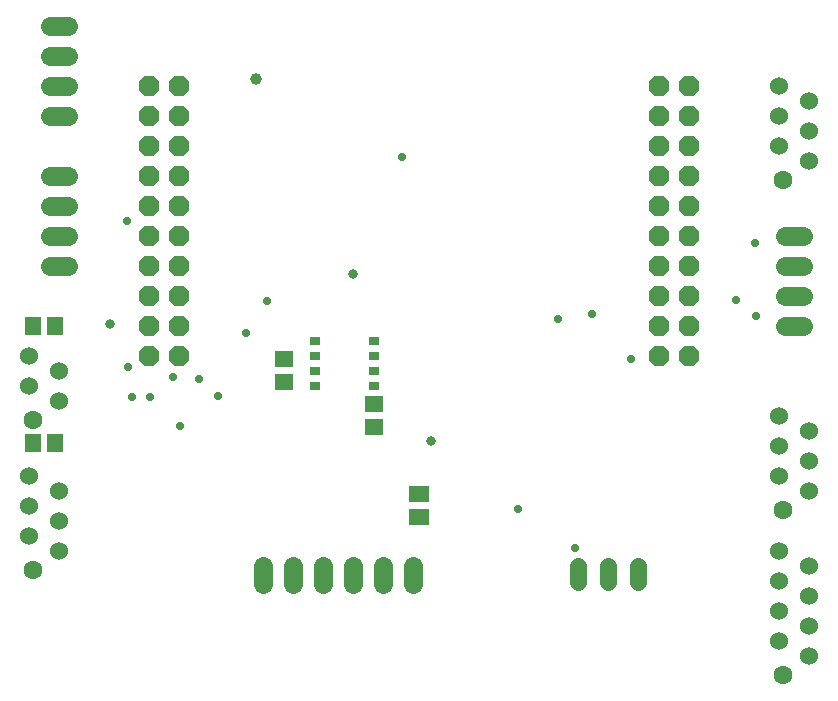
<source format=gbs>
G75*
%MOIN*%
%OFA0B0*%
%FSLAX24Y24*%
%IPPOS*%
%LPD*%
%AMOC8*
5,1,8,0,0,1.08239X$1,22.5*
%
%ADD10OC8,0.0670*%
%ADD11R,0.0340X0.0260*%
%ADD12R,0.0631X0.0552*%
%ADD13C,0.0640*%
%ADD14C,0.0580*%
%ADD15R,0.0670X0.0552*%
%ADD16C,0.0600*%
%ADD17C,0.0631*%
%ADD18R,0.0552X0.0631*%
%ADD19C,0.0316*%
%ADD20C,0.0276*%
%ADD21C,0.0394*%
D10*
X005680Y012598D03*
X005680Y013598D03*
X006680Y013598D03*
X006680Y012598D03*
X006680Y014598D03*
X005680Y014598D03*
X005680Y015598D03*
X005680Y016598D03*
X006680Y016598D03*
X006680Y015598D03*
X006680Y017598D03*
X005680Y017598D03*
X005680Y018598D03*
X006680Y018598D03*
X006680Y019598D03*
X006680Y020598D03*
X005680Y020598D03*
X005680Y019598D03*
X005680Y021598D03*
X006680Y021598D03*
X022680Y021598D03*
X023680Y021598D03*
X023680Y020598D03*
X022680Y020598D03*
X022680Y019598D03*
X023680Y019598D03*
X023680Y018598D03*
X022680Y018598D03*
X022680Y017598D03*
X023680Y017598D03*
X023680Y016598D03*
X022680Y016598D03*
X022680Y015598D03*
X023680Y015598D03*
X023680Y014598D03*
X022680Y014598D03*
X022680Y013598D03*
X023680Y013598D03*
X023680Y012598D03*
X022680Y012598D03*
D11*
X013180Y012598D03*
X013180Y013098D03*
X013180Y012098D03*
X013180Y011598D03*
X011225Y011598D03*
X011225Y012098D03*
X011225Y012598D03*
X011225Y013098D03*
D12*
X010180Y012472D03*
X010180Y011724D03*
X013180Y010972D03*
X013180Y010224D03*
D13*
X013491Y005575D02*
X013491Y004975D01*
X012491Y004975D02*
X012491Y005575D01*
X011491Y005575D02*
X011491Y004975D01*
X010491Y004975D02*
X010491Y005575D01*
X009491Y005575D02*
X009491Y004975D01*
X014491Y004975D02*
X014491Y005575D01*
X002980Y015598D02*
X002380Y015598D01*
X002380Y016598D02*
X002980Y016598D01*
X002980Y017598D02*
X002380Y017598D01*
X002380Y018598D02*
X002980Y018598D01*
X002980Y020598D02*
X002380Y020598D01*
X002380Y021598D02*
X002980Y021598D01*
X002980Y022598D02*
X002380Y022598D01*
X002380Y023598D02*
X002980Y023598D01*
X026880Y016598D02*
X027480Y016598D01*
X027480Y015598D02*
X026880Y015598D01*
X026880Y014598D02*
X027480Y014598D01*
X027480Y013598D02*
X026880Y013598D01*
D14*
X021967Y005596D02*
X021967Y005056D01*
X020967Y005056D02*
X020967Y005596D01*
X019967Y005596D02*
X019967Y005056D01*
D15*
X014680Y007224D03*
X014680Y007972D03*
D16*
X026680Y008598D03*
X026680Y009598D03*
X026680Y010598D03*
X027680Y010098D03*
X027680Y009098D03*
X027680Y008098D03*
X026680Y006098D03*
X026680Y005098D03*
X026680Y004098D03*
X026680Y003098D03*
X027680Y003598D03*
X027680Y004598D03*
X027680Y005598D03*
X027680Y002598D03*
X027680Y019098D03*
X027680Y020098D03*
X027680Y021098D03*
X026680Y021598D03*
X026680Y020598D03*
X026680Y019598D03*
X002680Y012098D03*
X002680Y011098D03*
X001680Y011598D03*
X001680Y012598D03*
X001680Y008598D03*
X001680Y007598D03*
X001680Y006598D03*
X002680Y007098D03*
X002680Y008098D03*
X002680Y006098D03*
D17*
X001824Y005460D03*
X001824Y010460D03*
X026824Y007460D03*
X026824Y001960D03*
X026824Y018460D03*
D18*
X002554Y013598D03*
X001806Y013598D03*
X001806Y009704D03*
X002554Y009704D03*
D19*
X004365Y013661D03*
X012487Y015322D03*
X015089Y009759D03*
D20*
X017975Y007488D03*
X019865Y006188D03*
X021755Y012488D03*
X020456Y013984D03*
X019314Y013826D03*
X014117Y019220D03*
X009629Y014417D03*
X008920Y013354D03*
X007345Y011818D03*
X007975Y011267D03*
X006715Y010243D03*
X005731Y011228D03*
X005101Y011228D03*
X004983Y012212D03*
X006467Y011897D03*
X004944Y017094D03*
X025259Y014456D03*
X025928Y013905D03*
X025889Y016346D03*
D21*
X009263Y021830D03*
M02*

</source>
